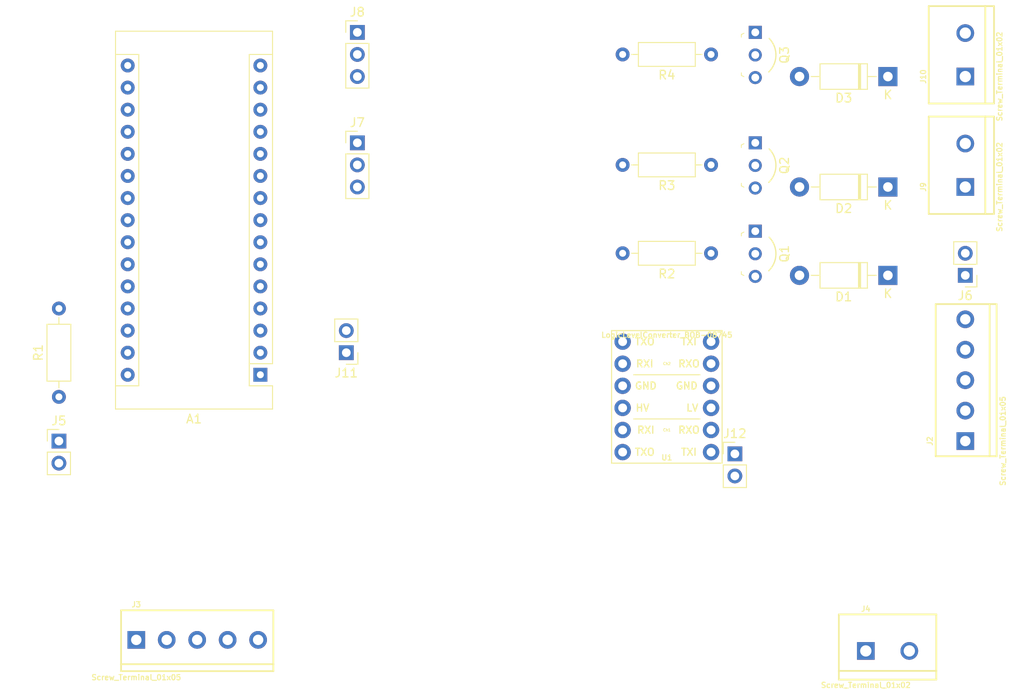
<source format=kicad_pcb>
(kicad_pcb (version 20171130) (host pcbnew 5.1.0-060a0da~80~ubuntu18.04.1)

  (general
    (thickness 1.6)
    (drawings 0)
    (tracks 0)
    (zones 0)
    (modules 23)
    (nets 46)
  )

  (page A4)
  (layers
    (0 F.Cu signal)
    (31 B.Cu signal)
    (32 B.Adhes user)
    (33 F.Adhes user)
    (34 B.Paste user)
    (35 F.Paste user)
    (36 B.SilkS user)
    (37 F.SilkS user)
    (38 B.Mask user)
    (39 F.Mask user)
    (40 Dwgs.User user)
    (41 Cmts.User user)
    (42 Eco1.User user)
    (43 Eco2.User user)
    (44 Edge.Cuts user)
    (45 Margin user)
    (46 B.CrtYd user)
    (47 F.CrtYd user)
    (48 B.Fab user)
    (49 F.Fab user)
  )

  (setup
    (last_trace_width 0.25)
    (trace_clearance 0.2)
    (zone_clearance 0.508)
    (zone_45_only no)
    (trace_min 0.2)
    (via_size 0.8)
    (via_drill 0.4)
    (via_min_size 0.4)
    (via_min_drill 0.3)
    (uvia_size 0.3)
    (uvia_drill 0.1)
    (uvias_allowed no)
    (uvia_min_size 0.2)
    (uvia_min_drill 0.1)
    (edge_width 0.05)
    (segment_width 0.2)
    (pcb_text_width 0.3)
    (pcb_text_size 1.5 1.5)
    (mod_edge_width 0.12)
    (mod_text_size 1 1)
    (mod_text_width 0.15)
    (pad_size 1.524 1.524)
    (pad_drill 0.762)
    (pad_to_mask_clearance 0.051)
    (solder_mask_min_width 0.25)
    (aux_axis_origin 0 0)
    (visible_elements FFFFFF7F)
    (pcbplotparams
      (layerselection 0x010fc_ffffffff)
      (usegerberextensions false)
      (usegerberattributes false)
      (usegerberadvancedattributes false)
      (creategerberjobfile false)
      (excludeedgelayer true)
      (linewidth 0.100000)
      (plotframeref false)
      (viasonmask false)
      (mode 1)
      (useauxorigin false)
      (hpglpennumber 1)
      (hpglpenspeed 20)
      (hpglpendiameter 15.000000)
      (psnegative false)
      (psa4output false)
      (plotreference true)
      (plotvalue true)
      (plotinvisibletext false)
      (padsonsilk false)
      (subtractmaskfromsilk false)
      (outputformat 1)
      (mirror false)
      (drillshape 1)
      (scaleselection 1)
      (outputdirectory ""))
  )

  (net 0 "")
  (net 1 "Net-(A1-Pad1)")
  (net 2 +3V3)
  (net 3 "Net-(A1-Pad2)")
  (net 4 "Net-(A1-Pad18)")
  (net 5 /RESET)
  (net 6 "Net-(A1-Pad19)")
  (net 7 GND)
  (net 8 "Net-(A1-Pad20)")
  (net 9 /DETECTOR_SIGNAL)
  (net 10 "Net-(A1-Pad21)")
  (net 11 /HV_PrinterPowerDemand)
  (net 12 "Net-(A1-Pad22)")
  (net 13 /HV_FanPowerDemand)
  (net 14 "Net-(A1-Pad23)")
  (net 15 /SOFT_SWITCH)
  (net 16 "Net-(A1-Pad24)")
  (net 17 /HV_AlarmTriggered)
  (net 18 "Net-(A1-Pad25)")
  (net 19 /D7_PRINTER_RELAY)
  (net 20 "Net-(A1-Pad26)")
  (net 21 /D8_FAN_RELAY)
  (net 22 +5V)
  (net 23 "Net-(A1-Pad12)")
  (net 24 "Net-(A1-Pad28)")
  (net 25 "Net-(A1-Pad13)")
  (net 26 "Net-(A1-Pad29)")
  (net 27 "Net-(A1-Pad14)")
  (net 28 "Net-(A1-Pad30)")
  (net 29 "Net-(A1-Pad15)")
  (net 30 "Net-(A1-Pad16)")
  (net 31 +12V)
  (net 32 /-PIEZO)
  (net 33 "Net-(D2-Pad2)")
  (net 34 "Net-(D3-Pad2)")
  (net 35 /LV_FanPowerDemand)
  (net 36 /LV_PrinterPowerDemand)
  (net 37 /LV_AlarmTriggered)
  (net 38 /LV_PrinterPowerStatus)
  (net 39 "Net-(J3-Pad4)")
  (net 40 "Net-(J5-Pad2)")
  (net 41 /HV_PrinterPowerStatus)
  (net 42 /SW_FAN_RELAY)
  (net 43 "Net-(Q1-Pad2)")
  (net 44 "Net-(Q2-Pad2)")
  (net 45 "Net-(Q3-Pad2)")

  (net_class Default "This is the default net class."
    (clearance 0.2)
    (trace_width 0.25)
    (via_dia 0.8)
    (via_drill 0.4)
    (uvia_dia 0.3)
    (uvia_drill 0.1)
    (add_net +12V)
    (add_net +3V3)
    (add_net +5V)
    (add_net /-PIEZO)
    (add_net /D7_PRINTER_RELAY)
    (add_net /D8_FAN_RELAY)
    (add_net /DETECTOR_SIGNAL)
    (add_net /HV_AlarmTriggered)
    (add_net /HV_FanPowerDemand)
    (add_net /HV_PrinterPowerDemand)
    (add_net /HV_PrinterPowerStatus)
    (add_net /LV_AlarmTriggered)
    (add_net /LV_FanPowerDemand)
    (add_net /LV_PrinterPowerDemand)
    (add_net /LV_PrinterPowerStatus)
    (add_net /RESET)
    (add_net /SOFT_SWITCH)
    (add_net /SW_FAN_RELAY)
    (add_net GND)
    (add_net "Net-(A1-Pad1)")
    (add_net "Net-(A1-Pad12)")
    (add_net "Net-(A1-Pad13)")
    (add_net "Net-(A1-Pad14)")
    (add_net "Net-(A1-Pad15)")
    (add_net "Net-(A1-Pad16)")
    (add_net "Net-(A1-Pad18)")
    (add_net "Net-(A1-Pad19)")
    (add_net "Net-(A1-Pad2)")
    (add_net "Net-(A1-Pad20)")
    (add_net "Net-(A1-Pad21)")
    (add_net "Net-(A1-Pad22)")
    (add_net "Net-(A1-Pad23)")
    (add_net "Net-(A1-Pad24)")
    (add_net "Net-(A1-Pad25)")
    (add_net "Net-(A1-Pad26)")
    (add_net "Net-(A1-Pad28)")
    (add_net "Net-(A1-Pad29)")
    (add_net "Net-(A1-Pad30)")
    (add_net "Net-(D2-Pad2)")
    (add_net "Net-(D3-Pad2)")
    (add_net "Net-(J3-Pad4)")
    (add_net "Net-(J5-Pad2)")
    (add_net "Net-(Q1-Pad2)")
    (add_net "Net-(Q2-Pad2)")
    (add_net "Net-(Q3-Pad2)")
  )

  (module Module:Arduino_Nano (layer F.Cu) (tedit 58ACAF70) (tstamp 5CC32758)
    (at 57.435001 119.38 180)
    (descr "Arduino Nano, http://www.mouser.com/pdfdocs/Gravitech_Arduino_Nano3_0.pdf")
    (tags "Arduino Nano")
    (path /5CC13554)
    (fp_text reference A1 (at 7.62 -5.08 180) (layer F.SilkS)
      (effects (font (size 1 1) (thickness 0.15)))
    )
    (fp_text value Arduino_Nano_v3.x (at 8.89 19.05 270) (layer F.Fab)
      (effects (font (size 1 1) (thickness 0.15)))
    )
    (fp_text user %R (at 6.35 19.05 270) (layer F.Fab)
      (effects (font (size 1 1) (thickness 0.15)))
    )
    (fp_line (start 1.27 1.27) (end 1.27 -1.27) (layer F.SilkS) (width 0.12))
    (fp_line (start 1.27 -1.27) (end -1.4 -1.27) (layer F.SilkS) (width 0.12))
    (fp_line (start -1.4 1.27) (end -1.4 39.5) (layer F.SilkS) (width 0.12))
    (fp_line (start -1.4 -3.94) (end -1.4 -1.27) (layer F.SilkS) (width 0.12))
    (fp_line (start 13.97 -1.27) (end 16.64 -1.27) (layer F.SilkS) (width 0.12))
    (fp_line (start 13.97 -1.27) (end 13.97 36.83) (layer F.SilkS) (width 0.12))
    (fp_line (start 13.97 36.83) (end 16.64 36.83) (layer F.SilkS) (width 0.12))
    (fp_line (start 1.27 1.27) (end -1.4 1.27) (layer F.SilkS) (width 0.12))
    (fp_line (start 1.27 1.27) (end 1.27 36.83) (layer F.SilkS) (width 0.12))
    (fp_line (start 1.27 36.83) (end -1.4 36.83) (layer F.SilkS) (width 0.12))
    (fp_line (start 3.81 31.75) (end 11.43 31.75) (layer F.Fab) (width 0.1))
    (fp_line (start 11.43 31.75) (end 11.43 41.91) (layer F.Fab) (width 0.1))
    (fp_line (start 11.43 41.91) (end 3.81 41.91) (layer F.Fab) (width 0.1))
    (fp_line (start 3.81 41.91) (end 3.81 31.75) (layer F.Fab) (width 0.1))
    (fp_line (start -1.4 39.5) (end 16.64 39.5) (layer F.SilkS) (width 0.12))
    (fp_line (start 16.64 39.5) (end 16.64 -3.94) (layer F.SilkS) (width 0.12))
    (fp_line (start 16.64 -3.94) (end -1.4 -3.94) (layer F.SilkS) (width 0.12))
    (fp_line (start 16.51 39.37) (end -1.27 39.37) (layer F.Fab) (width 0.1))
    (fp_line (start -1.27 39.37) (end -1.27 -2.54) (layer F.Fab) (width 0.1))
    (fp_line (start -1.27 -2.54) (end 0 -3.81) (layer F.Fab) (width 0.1))
    (fp_line (start 0 -3.81) (end 16.51 -3.81) (layer F.Fab) (width 0.1))
    (fp_line (start 16.51 -3.81) (end 16.51 39.37) (layer F.Fab) (width 0.1))
    (fp_line (start -1.53 -4.06) (end 16.75 -4.06) (layer F.CrtYd) (width 0.05))
    (fp_line (start -1.53 -4.06) (end -1.53 42.16) (layer F.CrtYd) (width 0.05))
    (fp_line (start 16.75 42.16) (end 16.75 -4.06) (layer F.CrtYd) (width 0.05))
    (fp_line (start 16.75 42.16) (end -1.53 42.16) (layer F.CrtYd) (width 0.05))
    (pad 1 thru_hole rect (at 0 0 180) (size 1.6 1.6) (drill 0.8) (layers *.Cu *.Mask)
      (net 1 "Net-(A1-Pad1)"))
    (pad 17 thru_hole oval (at 15.24 33.02 180) (size 1.6 1.6) (drill 0.8) (layers *.Cu *.Mask)
      (net 2 +3V3))
    (pad 2 thru_hole oval (at 0 2.54 180) (size 1.6 1.6) (drill 0.8) (layers *.Cu *.Mask)
      (net 3 "Net-(A1-Pad2)"))
    (pad 18 thru_hole oval (at 15.24 30.48 180) (size 1.6 1.6) (drill 0.8) (layers *.Cu *.Mask)
      (net 4 "Net-(A1-Pad18)"))
    (pad 3 thru_hole oval (at 0 5.08 180) (size 1.6 1.6) (drill 0.8) (layers *.Cu *.Mask)
      (net 5 /RESET))
    (pad 19 thru_hole oval (at 15.24 27.94 180) (size 1.6 1.6) (drill 0.8) (layers *.Cu *.Mask)
      (net 6 "Net-(A1-Pad19)"))
    (pad 4 thru_hole oval (at 0 7.62 180) (size 1.6 1.6) (drill 0.8) (layers *.Cu *.Mask)
      (net 7 GND))
    (pad 20 thru_hole oval (at 15.24 25.4 180) (size 1.6 1.6) (drill 0.8) (layers *.Cu *.Mask)
      (net 8 "Net-(A1-Pad20)"))
    (pad 5 thru_hole oval (at 0 10.16 180) (size 1.6 1.6) (drill 0.8) (layers *.Cu *.Mask)
      (net 9 /DETECTOR_SIGNAL))
    (pad 21 thru_hole oval (at 15.24 22.86 180) (size 1.6 1.6) (drill 0.8) (layers *.Cu *.Mask)
      (net 10 "Net-(A1-Pad21)"))
    (pad 6 thru_hole oval (at 0 12.7 180) (size 1.6 1.6) (drill 0.8) (layers *.Cu *.Mask)
      (net 11 /HV_PrinterPowerDemand))
    (pad 22 thru_hole oval (at 15.24 20.32 180) (size 1.6 1.6) (drill 0.8) (layers *.Cu *.Mask)
      (net 12 "Net-(A1-Pad22)"))
    (pad 7 thru_hole oval (at 0 15.24 180) (size 1.6 1.6) (drill 0.8) (layers *.Cu *.Mask)
      (net 13 /HV_FanPowerDemand))
    (pad 23 thru_hole oval (at 15.24 17.78 180) (size 1.6 1.6) (drill 0.8) (layers *.Cu *.Mask)
      (net 14 "Net-(A1-Pad23)"))
    (pad 8 thru_hole oval (at 0 17.78 180) (size 1.6 1.6) (drill 0.8) (layers *.Cu *.Mask)
      (net 15 /SOFT_SWITCH))
    (pad 24 thru_hole oval (at 15.24 15.24 180) (size 1.6 1.6) (drill 0.8) (layers *.Cu *.Mask)
      (net 16 "Net-(A1-Pad24)"))
    (pad 9 thru_hole oval (at 0 20.32 180) (size 1.6 1.6) (drill 0.8) (layers *.Cu *.Mask)
      (net 17 /HV_AlarmTriggered))
    (pad 25 thru_hole oval (at 15.24 12.7 180) (size 1.6 1.6) (drill 0.8) (layers *.Cu *.Mask)
      (net 18 "Net-(A1-Pad25)"))
    (pad 10 thru_hole oval (at 0 22.86 180) (size 1.6 1.6) (drill 0.8) (layers *.Cu *.Mask)
      (net 19 /D7_PRINTER_RELAY))
    (pad 26 thru_hole oval (at 15.24 10.16 180) (size 1.6 1.6) (drill 0.8) (layers *.Cu *.Mask)
      (net 20 "Net-(A1-Pad26)"))
    (pad 11 thru_hole oval (at 0 25.4 180) (size 1.6 1.6) (drill 0.8) (layers *.Cu *.Mask)
      (net 21 /D8_FAN_RELAY))
    (pad 27 thru_hole oval (at 15.24 7.62 180) (size 1.6 1.6) (drill 0.8) (layers *.Cu *.Mask)
      (net 22 +5V))
    (pad 12 thru_hole oval (at 0 27.94 180) (size 1.6 1.6) (drill 0.8) (layers *.Cu *.Mask)
      (net 23 "Net-(A1-Pad12)"))
    (pad 28 thru_hole oval (at 15.24 5.08 180) (size 1.6 1.6) (drill 0.8) (layers *.Cu *.Mask)
      (net 24 "Net-(A1-Pad28)"))
    (pad 13 thru_hole oval (at 0 30.48 180) (size 1.6 1.6) (drill 0.8) (layers *.Cu *.Mask)
      (net 25 "Net-(A1-Pad13)"))
    (pad 29 thru_hole oval (at 15.24 2.54 180) (size 1.6 1.6) (drill 0.8) (layers *.Cu *.Mask)
      (net 26 "Net-(A1-Pad29)"))
    (pad 14 thru_hole oval (at 0 33.02 180) (size 1.6 1.6) (drill 0.8) (layers *.Cu *.Mask)
      (net 27 "Net-(A1-Pad14)"))
    (pad 30 thru_hole oval (at 15.24 0 180) (size 1.6 1.6) (drill 0.8) (layers *.Cu *.Mask)
      (net 28 "Net-(A1-Pad30)"))
    (pad 15 thru_hole oval (at 0 35.56 180) (size 1.6 1.6) (drill 0.8) (layers *.Cu *.Mask)
      (net 29 "Net-(A1-Pad15)"))
    (pad 16 thru_hole oval (at 15.24 35.56 180) (size 1.6 1.6) (drill 0.8) (layers *.Cu *.Mask)
      (net 30 "Net-(A1-Pad16)"))
    (model ${KISYS3DMOD}/Module.3dshapes/Arduino_Nano_WithMountingHoles.wrl
      (at (xyz 0 0 0))
      (scale (xyz 1 1 1))
      (rotate (xyz 0 0 0))
    )
  )

  (module Diode_THT:D_DO-41_SOD81_P10.16mm_Horizontal (layer F.Cu) (tedit 5AE50CD5) (tstamp 5CC32777)
    (at 129.54 107.95 180)
    (descr "Diode, DO-41_SOD81 series, Axial, Horizontal, pin pitch=10.16mm, , length*diameter=5.2*2.7mm^2, , http://www.diodes.com/_files/packages/DO-41%20(Plastic).pdf")
    (tags "Diode DO-41_SOD81 series Axial Horizontal pin pitch 10.16mm  length 5.2mm diameter 2.7mm")
    (path /5CC2A3E2)
    (fp_text reference D1 (at 5.08 -2.47 180) (layer F.SilkS)
      (effects (font (size 1 1) (thickness 0.15)))
    )
    (fp_text value 1N4007 (at 5.08 2.47 180) (layer F.Fab)
      (effects (font (size 1 1) (thickness 0.15)))
    )
    (fp_line (start 2.48 -1.35) (end 2.48 1.35) (layer F.Fab) (width 0.1))
    (fp_line (start 2.48 1.35) (end 7.68 1.35) (layer F.Fab) (width 0.1))
    (fp_line (start 7.68 1.35) (end 7.68 -1.35) (layer F.Fab) (width 0.1))
    (fp_line (start 7.68 -1.35) (end 2.48 -1.35) (layer F.Fab) (width 0.1))
    (fp_line (start 0 0) (end 2.48 0) (layer F.Fab) (width 0.1))
    (fp_line (start 10.16 0) (end 7.68 0) (layer F.Fab) (width 0.1))
    (fp_line (start 3.26 -1.35) (end 3.26 1.35) (layer F.Fab) (width 0.1))
    (fp_line (start 3.36 -1.35) (end 3.36 1.35) (layer F.Fab) (width 0.1))
    (fp_line (start 3.16 -1.35) (end 3.16 1.35) (layer F.Fab) (width 0.1))
    (fp_line (start 2.36 -1.47) (end 2.36 1.47) (layer F.SilkS) (width 0.12))
    (fp_line (start 2.36 1.47) (end 7.8 1.47) (layer F.SilkS) (width 0.12))
    (fp_line (start 7.8 1.47) (end 7.8 -1.47) (layer F.SilkS) (width 0.12))
    (fp_line (start 7.8 -1.47) (end 2.36 -1.47) (layer F.SilkS) (width 0.12))
    (fp_line (start 1.34 0) (end 2.36 0) (layer F.SilkS) (width 0.12))
    (fp_line (start 8.82 0) (end 7.8 0) (layer F.SilkS) (width 0.12))
    (fp_line (start 3.26 -1.47) (end 3.26 1.47) (layer F.SilkS) (width 0.12))
    (fp_line (start 3.38 -1.47) (end 3.38 1.47) (layer F.SilkS) (width 0.12))
    (fp_line (start 3.14 -1.47) (end 3.14 1.47) (layer F.SilkS) (width 0.12))
    (fp_line (start -1.35 -1.6) (end -1.35 1.6) (layer F.CrtYd) (width 0.05))
    (fp_line (start -1.35 1.6) (end 11.51 1.6) (layer F.CrtYd) (width 0.05))
    (fp_line (start 11.51 1.6) (end 11.51 -1.6) (layer F.CrtYd) (width 0.05))
    (fp_line (start 11.51 -1.6) (end -1.35 -1.6) (layer F.CrtYd) (width 0.05))
    (fp_text user %R (at 5.47 0 180) (layer F.Fab)
      (effects (font (size 1 1) (thickness 0.15)))
    )
    (fp_text user K (at 0 -2.1 180) (layer F.Fab)
      (effects (font (size 1 1) (thickness 0.15)))
    )
    (fp_text user K (at 0 -2.1 180) (layer F.SilkS)
      (effects (font (size 1 1) (thickness 0.15)))
    )
    (pad 1 thru_hole rect (at 0 0 180) (size 2.2 2.2) (drill 1.1) (layers *.Cu *.Mask)
      (net 31 +12V))
    (pad 2 thru_hole oval (at 10.16 0 180) (size 2.2 2.2) (drill 1.1) (layers *.Cu *.Mask)
      (net 32 /-PIEZO))
    (model ${KISYS3DMOD}/Diode_THT.3dshapes/D_DO-41_SOD81_P10.16mm_Horizontal.wrl
      (at (xyz 0 0 0))
      (scale (xyz 1 1 1))
      (rotate (xyz 0 0 0))
    )
  )

  (module Diode_THT:D_DO-41_SOD81_P10.16mm_Horizontal (layer F.Cu) (tedit 5AE50CD5) (tstamp 5CC3322B)
    (at 129.54 97.79 180)
    (descr "Diode, DO-41_SOD81 series, Axial, Horizontal, pin pitch=10.16mm, , length*diameter=5.2*2.7mm^2, , http://www.diodes.com/_files/packages/DO-41%20(Plastic).pdf")
    (tags "Diode DO-41_SOD81 series Axial Horizontal pin pitch 10.16mm  length 5.2mm diameter 2.7mm")
    (path /5CC5CF0D)
    (fp_text reference D2 (at 5.08 -2.47 180) (layer F.SilkS)
      (effects (font (size 1 1) (thickness 0.15)))
    )
    (fp_text value 1N4007 (at 5.08 2.47 180) (layer F.Fab)
      (effects (font (size 1 1) (thickness 0.15)))
    )
    (fp_text user K (at 0 -2.1 180) (layer F.SilkS)
      (effects (font (size 1 1) (thickness 0.15)))
    )
    (fp_text user K (at 0 -2.1 180) (layer F.Fab)
      (effects (font (size 1 1) (thickness 0.15)))
    )
    (fp_text user %R (at 5.47 0 180) (layer F.Fab)
      (effects (font (size 1 1) (thickness 0.15)))
    )
    (fp_line (start 11.51 -1.6) (end -1.35 -1.6) (layer F.CrtYd) (width 0.05))
    (fp_line (start 11.51 1.6) (end 11.51 -1.6) (layer F.CrtYd) (width 0.05))
    (fp_line (start -1.35 1.6) (end 11.51 1.6) (layer F.CrtYd) (width 0.05))
    (fp_line (start -1.35 -1.6) (end -1.35 1.6) (layer F.CrtYd) (width 0.05))
    (fp_line (start 3.14 -1.47) (end 3.14 1.47) (layer F.SilkS) (width 0.12))
    (fp_line (start 3.38 -1.47) (end 3.38 1.47) (layer F.SilkS) (width 0.12))
    (fp_line (start 3.26 -1.47) (end 3.26 1.47) (layer F.SilkS) (width 0.12))
    (fp_line (start 8.82 0) (end 7.8 0) (layer F.SilkS) (width 0.12))
    (fp_line (start 1.34 0) (end 2.36 0) (layer F.SilkS) (width 0.12))
    (fp_line (start 7.8 -1.47) (end 2.36 -1.47) (layer F.SilkS) (width 0.12))
    (fp_line (start 7.8 1.47) (end 7.8 -1.47) (layer F.SilkS) (width 0.12))
    (fp_line (start 2.36 1.47) (end 7.8 1.47) (layer F.SilkS) (width 0.12))
    (fp_line (start 2.36 -1.47) (end 2.36 1.47) (layer F.SilkS) (width 0.12))
    (fp_line (start 3.16 -1.35) (end 3.16 1.35) (layer F.Fab) (width 0.1))
    (fp_line (start 3.36 -1.35) (end 3.36 1.35) (layer F.Fab) (width 0.1))
    (fp_line (start 3.26 -1.35) (end 3.26 1.35) (layer F.Fab) (width 0.1))
    (fp_line (start 10.16 0) (end 7.68 0) (layer F.Fab) (width 0.1))
    (fp_line (start 0 0) (end 2.48 0) (layer F.Fab) (width 0.1))
    (fp_line (start 7.68 -1.35) (end 2.48 -1.35) (layer F.Fab) (width 0.1))
    (fp_line (start 7.68 1.35) (end 7.68 -1.35) (layer F.Fab) (width 0.1))
    (fp_line (start 2.48 1.35) (end 7.68 1.35) (layer F.Fab) (width 0.1))
    (fp_line (start 2.48 -1.35) (end 2.48 1.35) (layer F.Fab) (width 0.1))
    (pad 2 thru_hole oval (at 10.16 0 180) (size 2.2 2.2) (drill 1.1) (layers *.Cu *.Mask)
      (net 33 "Net-(D2-Pad2)"))
    (pad 1 thru_hole rect (at 0 0 180) (size 2.2 2.2) (drill 1.1) (layers *.Cu *.Mask)
      (net 31 +12V))
    (model ${KISYS3DMOD}/Diode_THT.3dshapes/D_DO-41_SOD81_P10.16mm_Horizontal.wrl
      (at (xyz 0 0 0))
      (scale (xyz 1 1 1))
      (rotate (xyz 0 0 0))
    )
  )

  (module Diode_THT:D_DO-41_SOD81_P10.16mm_Horizontal (layer F.Cu) (tedit 5AE50CD5) (tstamp 5CC327B5)
    (at 129.54 85.09 180)
    (descr "Diode, DO-41_SOD81 series, Axial, Horizontal, pin pitch=10.16mm, , length*diameter=5.2*2.7mm^2, , http://www.diodes.com/_files/packages/DO-41%20(Plastic).pdf")
    (tags "Diode DO-41_SOD81 series Axial Horizontal pin pitch 10.16mm  length 5.2mm diameter 2.7mm")
    (path /5CC73F3E)
    (fp_text reference D3 (at 5.08 -2.47 180) (layer F.SilkS)
      (effects (font (size 1 1) (thickness 0.15)))
    )
    (fp_text value 1N4007 (at 5.08 2.47 180) (layer F.Fab)
      (effects (font (size 1 1) (thickness 0.15)))
    )
    (fp_line (start 2.48 -1.35) (end 2.48 1.35) (layer F.Fab) (width 0.1))
    (fp_line (start 2.48 1.35) (end 7.68 1.35) (layer F.Fab) (width 0.1))
    (fp_line (start 7.68 1.35) (end 7.68 -1.35) (layer F.Fab) (width 0.1))
    (fp_line (start 7.68 -1.35) (end 2.48 -1.35) (layer F.Fab) (width 0.1))
    (fp_line (start 0 0) (end 2.48 0) (layer F.Fab) (width 0.1))
    (fp_line (start 10.16 0) (end 7.68 0) (layer F.Fab) (width 0.1))
    (fp_line (start 3.26 -1.35) (end 3.26 1.35) (layer F.Fab) (width 0.1))
    (fp_line (start 3.36 -1.35) (end 3.36 1.35) (layer F.Fab) (width 0.1))
    (fp_line (start 3.16 -1.35) (end 3.16 1.35) (layer F.Fab) (width 0.1))
    (fp_line (start 2.36 -1.47) (end 2.36 1.47) (layer F.SilkS) (width 0.12))
    (fp_line (start 2.36 1.47) (end 7.8 1.47) (layer F.SilkS) (width 0.12))
    (fp_line (start 7.8 1.47) (end 7.8 -1.47) (layer F.SilkS) (width 0.12))
    (fp_line (start 7.8 -1.47) (end 2.36 -1.47) (layer F.SilkS) (width 0.12))
    (fp_line (start 1.34 0) (end 2.36 0) (layer F.SilkS) (width 0.12))
    (fp_line (start 8.82 0) (end 7.8 0) (layer F.SilkS) (width 0.12))
    (fp_line (start 3.26 -1.47) (end 3.26 1.47) (layer F.SilkS) (width 0.12))
    (fp_line (start 3.38 -1.47) (end 3.38 1.47) (layer F.SilkS) (width 0.12))
    (fp_line (start 3.14 -1.47) (end 3.14 1.47) (layer F.SilkS) (width 0.12))
    (fp_line (start -1.35 -1.6) (end -1.35 1.6) (layer F.CrtYd) (width 0.05))
    (fp_line (start -1.35 1.6) (end 11.51 1.6) (layer F.CrtYd) (width 0.05))
    (fp_line (start 11.51 1.6) (end 11.51 -1.6) (layer F.CrtYd) (width 0.05))
    (fp_line (start 11.51 -1.6) (end -1.35 -1.6) (layer F.CrtYd) (width 0.05))
    (fp_text user %R (at 5.47 0 180) (layer F.Fab)
      (effects (font (size 1 1) (thickness 0.15)))
    )
    (fp_text user K (at 0 -2.1 180) (layer F.Fab)
      (effects (font (size 1 1) (thickness 0.15)))
    )
    (fp_text user K (at 0 -2.1 180) (layer F.SilkS)
      (effects (font (size 1 1) (thickness 0.15)))
    )
    (pad 1 thru_hole rect (at 0 0 180) (size 2.2 2.2) (drill 1.1) (layers *.Cu *.Mask)
      (net 31 +12V))
    (pad 2 thru_hole oval (at 10.16 0 180) (size 2.2 2.2) (drill 1.1) (layers *.Cu *.Mask)
      (net 34 "Net-(D3-Pad2)"))
    (model ${KISYS3DMOD}/Diode_THT.3dshapes/D_DO-41_SOD81_P10.16mm_Horizontal.wrl
      (at (xyz 0 0 0))
      (scale (xyz 1 1 1))
      (rotate (xyz 0 0 0))
    )
  )

  (module Connectors:SCREWTERMINAL-3.5MM-5 (layer F.Cu) (tedit 200000) (tstamp 5CC327CB)
    (at 138.43 127 90)
    (descr "SCREW TERMINAL  3.5MM PITCH -5 PIN PTH")
    (tags "SCREW TERMINAL  3.5MM PITCH -5 PIN PTH")
    (path /5CCD28E2)
    (attr virtual)
    (fp_text reference J2 (at 0 -4.064 90) (layer F.SilkS)
      (effects (font (size 0.6096 0.6096) (thickness 0.127)))
    )
    (fp_text value Screw_Terminal_01x05 (at 0 4.318 90) (layer F.SilkS)
      (effects (font (size 0.6096 0.6096) (thickness 0.127)))
    )
    (fp_line (start -1.74752 -3.39852) (end 15.748 -3.39852) (layer F.SilkS) (width 0.2032))
    (fp_line (start 15.748 -3.39852) (end 15.748 2.79908) (layer F.SilkS) (width 0.2032))
    (fp_line (start 15.748 2.79908) (end 15.748 3.59918) (layer F.SilkS) (width 0.2032))
    (fp_line (start 15.748 3.59918) (end -1.74752 3.59918) (layer F.SilkS) (width 0.2032))
    (fp_line (start -1.74752 3.59918) (end -1.74752 2.79908) (layer F.SilkS) (width 0.2032))
    (fp_line (start -1.74752 2.79908) (end -1.74752 -3.39852) (layer F.SilkS) (width 0.2032))
    (fp_line (start 15.748 2.79908) (end -1.74752 2.79908) (layer F.SilkS) (width 0.2032))
    (fp_line (start -1.74752 1.34874) (end -2.2479 1.34874) (layer Dwgs.User) (width 0.2032))
    (fp_line (start -2.2479 1.34874) (end -2.2479 2.3495) (layer Dwgs.User) (width 0.2032))
    (fp_line (start -2.2479 2.3495) (end -1.74752 2.3495) (layer Dwgs.User) (width 0.2032))
    (fp_line (start 15.748 -3.1496) (end 16.24838 -3.1496) (layer Dwgs.User) (width 0.2032))
    (fp_line (start 16.24838 -3.1496) (end 16.24838 -2.14884) (layer Dwgs.User) (width 0.2032))
    (fp_line (start 16.24838 -2.14884) (end 15.748 -2.14884) (layer Dwgs.User) (width 0.2032))
    (pad 1 thru_hole rect (at 0 0 90) (size 2.032 2.032) (drill 1.19888) (layers *.Cu *.Mask)
      (net 35 /LV_FanPowerDemand) (solder_mask_margin 0.1016))
    (pad 2 thru_hole circle (at 3.49758 0 90) (size 2.032 2.032) (drill 1.19888) (layers *.Cu *.Mask)
      (net 36 /LV_PrinterPowerDemand) (solder_mask_margin 0.1016))
    (pad 3 thru_hole circle (at 6.9977 0 90) (size 2.032 2.032) (drill 1.19888) (layers *.Cu *.Mask)
      (net 7 GND) (solder_mask_margin 0.1016))
    (pad 4 thru_hole circle (at 10.49782 0 90) (size 2.032 2.032) (drill 1.19888) (layers *.Cu *.Mask)
      (net 37 /LV_AlarmTriggered) (solder_mask_margin 0.1016))
    (pad 5 thru_hole circle (at 13.99794 0 90) (size 2.032 2.032) (drill 1.19888) (layers *.Cu *.Mask)
      (net 38 /LV_PrinterPowerStatus) (solder_mask_margin 0.1016))
  )

  (module Connectors:SCREWTERMINAL-3.5MM-5 (layer F.Cu) (tedit 200000) (tstamp 5CC327E1)
    (at 43.18 149.86)
    (descr "SCREW TERMINAL  3.5MM PITCH -5 PIN PTH")
    (tags "SCREW TERMINAL  3.5MM PITCH -5 PIN PTH")
    (path /5CC995BB)
    (attr virtual)
    (fp_text reference J3 (at 0 -4.064) (layer F.SilkS)
      (effects (font (size 0.6096 0.6096) (thickness 0.127)))
    )
    (fp_text value Screw_Terminal_01x05 (at 0 4.318) (layer F.SilkS)
      (effects (font (size 0.6096 0.6096) (thickness 0.127)))
    )
    (fp_line (start 16.24838 -2.14884) (end 15.748 -2.14884) (layer Dwgs.User) (width 0.2032))
    (fp_line (start 16.24838 -3.1496) (end 16.24838 -2.14884) (layer Dwgs.User) (width 0.2032))
    (fp_line (start 15.748 -3.1496) (end 16.24838 -3.1496) (layer Dwgs.User) (width 0.2032))
    (fp_line (start -2.2479 2.3495) (end -1.74752 2.3495) (layer Dwgs.User) (width 0.2032))
    (fp_line (start -2.2479 1.34874) (end -2.2479 2.3495) (layer Dwgs.User) (width 0.2032))
    (fp_line (start -1.74752 1.34874) (end -2.2479 1.34874) (layer Dwgs.User) (width 0.2032))
    (fp_line (start 15.748 2.79908) (end -1.74752 2.79908) (layer F.SilkS) (width 0.2032))
    (fp_line (start -1.74752 2.79908) (end -1.74752 -3.39852) (layer F.SilkS) (width 0.2032))
    (fp_line (start -1.74752 3.59918) (end -1.74752 2.79908) (layer F.SilkS) (width 0.2032))
    (fp_line (start 15.748 3.59918) (end -1.74752 3.59918) (layer F.SilkS) (width 0.2032))
    (fp_line (start 15.748 2.79908) (end 15.748 3.59918) (layer F.SilkS) (width 0.2032))
    (fp_line (start 15.748 -3.39852) (end 15.748 2.79908) (layer F.SilkS) (width 0.2032))
    (fp_line (start -1.74752 -3.39852) (end 15.748 -3.39852) (layer F.SilkS) (width 0.2032))
    (pad 5 thru_hole circle (at 13.99794 0) (size 2.032 2.032) (drill 1.19888) (layers *.Cu *.Mask)
      (net 9 /DETECTOR_SIGNAL) (solder_mask_margin 0.1016))
    (pad 4 thru_hole circle (at 10.49782 0) (size 2.032 2.032) (drill 1.19888) (layers *.Cu *.Mask)
      (net 39 "Net-(J3-Pad4)") (solder_mask_margin 0.1016))
    (pad 3 thru_hole circle (at 6.9977 0) (size 2.032 2.032) (drill 1.19888) (layers *.Cu *.Mask)
      (net 22 +5V) (solder_mask_margin 0.1016))
    (pad 2 thru_hole circle (at 3.49758 0) (size 2.032 2.032) (drill 1.19888) (layers *.Cu *.Mask)
      (net 7 GND) (solder_mask_margin 0.1016))
    (pad 1 thru_hole rect (at 0 0) (size 2.032 2.032) (drill 1.19888) (layers *.Cu *.Mask)
      (net 31 +12V) (solder_mask_margin 0.1016))
  )

  (module Connectors:SCREWTERMINAL-5MM-2 (layer F.Cu) (tedit 200000) (tstamp 5CC327F5)
    (at 127 151.13)
    (descr "SCREW TERMINAL  5MM PITCH -2 PIN PTH")
    (tags "SCREW TERMINAL  5MM PITCH -2 PIN PTH")
    (path /5CCF3969)
    (attr virtual)
    (fp_text reference J4 (at 0 -4.826) (layer F.SilkS)
      (effects (font (size 0.6096 0.6096) (thickness 0.127)))
    )
    (fp_text value Screw_Terminal_01x02 (at 0 3.937) (layer F.SilkS)
      (effects (font (size 0.6096 0.6096) (thickness 0.127)))
    )
    (fp_line (start -3.0988 -4.19862) (end 8.09752 -4.19862) (layer F.SilkS) (width 0.2032))
    (fp_line (start 8.09752 -4.19862) (end 8.09752 2.2987) (layer F.SilkS) (width 0.2032))
    (fp_line (start 8.09752 2.2987) (end 8.09752 3.29946) (layer F.SilkS) (width 0.2032))
    (fp_line (start 8.09752 3.29946) (end -3.0988 3.29946) (layer F.SilkS) (width 0.2032))
    (fp_line (start -3.0988 3.29946) (end -3.0988 2.2987) (layer F.SilkS) (width 0.2032))
    (fp_line (start -3.0988 2.2987) (end -3.0988 -4.19862) (layer F.SilkS) (width 0.2032))
    (fp_line (start 8.09752 2.2987) (end -3.0988 2.2987) (layer F.SilkS) (width 0.2032))
    (fp_line (start -3.0988 1.34874) (end -3.69824 1.34874) (layer Dwgs.User) (width 0.2032))
    (fp_line (start -3.69824 1.34874) (end -3.69824 2.3495) (layer Dwgs.User) (width 0.2032))
    (fp_line (start -3.69824 2.3495) (end -3.0988 2.3495) (layer Dwgs.User) (width 0.2032))
    (fp_line (start 8.09752 -3.99796) (end 8.6995 -3.99796) (layer Dwgs.User) (width 0.2032))
    (fp_line (start 8.6995 -3.99796) (end 8.6995 -2.99974) (layer Dwgs.User) (width 0.2032))
    (fp_line (start 8.6995 -2.99974) (end 8.09752 -2.99974) (layer Dwgs.User) (width 0.2032))
    (fp_circle (center 2.49936 -3.69824) (end 2.49936 -3.98018) (layer Dwgs.User) (width 0.127))
    (pad 1 thru_hole rect (at 0 0) (size 2.032 2.032) (drill 1.29794) (layers *.Cu *.Mask)
      (net 7 GND) (solder_mask_margin 0.1016))
    (pad 2 thru_hole circle (at 4.99872 0) (size 2.032 2.032) (drill 1.29794) (layers *.Cu *.Mask)
      (net 31 +12V) (solder_mask_margin 0.1016))
  )

  (module Connector_PinHeader_2.54mm:PinHeader_1x02_P2.54mm_Vertical (layer F.Cu) (tedit 59FED5CC) (tstamp 5CC34600)
    (at 34.29 127)
    (descr "Through hole straight pin header, 1x02, 2.54mm pitch, single row")
    (tags "Through hole pin header THT 1x02 2.54mm single row")
    (path /5CC3E12C)
    (fp_text reference J5 (at 0 -2.33) (layer F.SilkS)
      (effects (font (size 1 1) (thickness 0.15)))
    )
    (fp_text value Conn_01x02_Male (at 0 4.87) (layer F.Fab)
      (effects (font (size 1 1) (thickness 0.15)))
    )
    (fp_text user %R (at 0 1.27 90) (layer F.Fab)
      (effects (font (size 1 1) (thickness 0.15)))
    )
    (fp_line (start 1.8 -1.8) (end -1.8 -1.8) (layer F.CrtYd) (width 0.05))
    (fp_line (start 1.8 4.35) (end 1.8 -1.8) (layer F.CrtYd) (width 0.05))
    (fp_line (start -1.8 4.35) (end 1.8 4.35) (layer F.CrtYd) (width 0.05))
    (fp_line (start -1.8 -1.8) (end -1.8 4.35) (layer F.CrtYd) (width 0.05))
    (fp_line (start -1.33 -1.33) (end 0 -1.33) (layer F.SilkS) (width 0.12))
    (fp_line (start -1.33 0) (end -1.33 -1.33) (layer F.SilkS) (width 0.12))
    (fp_line (start -1.33 1.27) (end 1.33 1.27) (layer F.SilkS) (width 0.12))
    (fp_line (start 1.33 1.27) (end 1.33 3.87) (layer F.SilkS) (width 0.12))
    (fp_line (start -1.33 1.27) (end -1.33 3.87) (layer F.SilkS) (width 0.12))
    (fp_line (start -1.33 3.87) (end 1.33 3.87) (layer F.SilkS) (width 0.12))
    (fp_line (start -1.27 -0.635) (end -0.635 -1.27) (layer F.Fab) (width 0.1))
    (fp_line (start -1.27 3.81) (end -1.27 -0.635) (layer F.Fab) (width 0.1))
    (fp_line (start 1.27 3.81) (end -1.27 3.81) (layer F.Fab) (width 0.1))
    (fp_line (start 1.27 -1.27) (end 1.27 3.81) (layer F.Fab) (width 0.1))
    (fp_line (start -0.635 -1.27) (end 1.27 -1.27) (layer F.Fab) (width 0.1))
    (pad 2 thru_hole oval (at 0 2.54) (size 1.7 1.7) (drill 1) (layers *.Cu *.Mask)
      (net 40 "Net-(J5-Pad2)"))
    (pad 1 thru_hole rect (at 0 0) (size 1.7 1.7) (drill 1) (layers *.Cu *.Mask)
      (net 7 GND))
    (model ${KISYS3DMOD}/Connector_PinHeader_2.54mm.3dshapes/PinHeader_1x02_P2.54mm_Vertical.wrl
      (at (xyz 0 0 0))
      (scale (xyz 1 1 1))
      (rotate (xyz 0 0 0))
    )
  )

  (module Connector_PinHeader_2.54mm:PinHeader_1x02_P2.54mm_Vertical (layer F.Cu) (tedit 59FED5CC) (tstamp 5CC32821)
    (at 138.43 107.95 180)
    (descr "Through hole straight pin header, 1x02, 2.54mm pitch, single row")
    (tags "Through hole pin header THT 1x02 2.54mm single row")
    (path /5CC2C13B)
    (fp_text reference J6 (at 0 -2.33 180) (layer F.SilkS)
      (effects (font (size 1 1) (thickness 0.15)))
    )
    (fp_text value Conn_01x02_Male (at 0 4.87 180) (layer F.Fab)
      (effects (font (size 1 1) (thickness 0.15)))
    )
    (fp_line (start -0.635 -1.27) (end 1.27 -1.27) (layer F.Fab) (width 0.1))
    (fp_line (start 1.27 -1.27) (end 1.27 3.81) (layer F.Fab) (width 0.1))
    (fp_line (start 1.27 3.81) (end -1.27 3.81) (layer F.Fab) (width 0.1))
    (fp_line (start -1.27 3.81) (end -1.27 -0.635) (layer F.Fab) (width 0.1))
    (fp_line (start -1.27 -0.635) (end -0.635 -1.27) (layer F.Fab) (width 0.1))
    (fp_line (start -1.33 3.87) (end 1.33 3.87) (layer F.SilkS) (width 0.12))
    (fp_line (start -1.33 1.27) (end -1.33 3.87) (layer F.SilkS) (width 0.12))
    (fp_line (start 1.33 1.27) (end 1.33 3.87) (layer F.SilkS) (width 0.12))
    (fp_line (start -1.33 1.27) (end 1.33 1.27) (layer F.SilkS) (width 0.12))
    (fp_line (start -1.33 0) (end -1.33 -1.33) (layer F.SilkS) (width 0.12))
    (fp_line (start -1.33 -1.33) (end 0 -1.33) (layer F.SilkS) (width 0.12))
    (fp_line (start -1.8 -1.8) (end -1.8 4.35) (layer F.CrtYd) (width 0.05))
    (fp_line (start -1.8 4.35) (end 1.8 4.35) (layer F.CrtYd) (width 0.05))
    (fp_line (start 1.8 4.35) (end 1.8 -1.8) (layer F.CrtYd) (width 0.05))
    (fp_line (start 1.8 -1.8) (end -1.8 -1.8) (layer F.CrtYd) (width 0.05))
    (fp_text user %R (at 0 1.27 270) (layer F.Fab)
      (effects (font (size 1 1) (thickness 0.15)))
    )
    (pad 1 thru_hole rect (at 0 0 180) (size 1.7 1.7) (drill 1) (layers *.Cu *.Mask)
      (net 32 /-PIEZO))
    (pad 2 thru_hole oval (at 0 2.54 180) (size 1.7 1.7) (drill 1) (layers *.Cu *.Mask)
      (net 31 +12V))
    (model ${KISYS3DMOD}/Connector_PinHeader_2.54mm.3dshapes/PinHeader_1x02_P2.54mm_Vertical.wrl
      (at (xyz 0 0 0))
      (scale (xyz 1 1 1))
      (rotate (xyz 0 0 0))
    )
  )

  (module Connector_PinHeader_2.54mm:PinHeader_1x03_P2.54mm_Vertical (layer F.Cu) (tedit 59FED5CC) (tstamp 5CC32838)
    (at 68.58 92.71)
    (descr "Through hole straight pin header, 1x03, 2.54mm pitch, single row")
    (tags "Through hole pin header THT 1x03 2.54mm single row")
    (path /5CCAE331)
    (fp_text reference J7 (at 0 -2.33) (layer F.SilkS)
      (effects (font (size 1 1) (thickness 0.15)))
    )
    (fp_text value Conn_01x03_Male (at 0 7.41) (layer F.Fab)
      (effects (font (size 1 1) (thickness 0.15)))
    )
    (fp_line (start -0.635 -1.27) (end 1.27 -1.27) (layer F.Fab) (width 0.1))
    (fp_line (start 1.27 -1.27) (end 1.27 6.35) (layer F.Fab) (width 0.1))
    (fp_line (start 1.27 6.35) (end -1.27 6.35) (layer F.Fab) (width 0.1))
    (fp_line (start -1.27 6.35) (end -1.27 -0.635) (layer F.Fab) (width 0.1))
    (fp_line (start -1.27 -0.635) (end -0.635 -1.27) (layer F.Fab) (width 0.1))
    (fp_line (start -1.33 6.41) (end 1.33 6.41) (layer F.SilkS) (width 0.12))
    (fp_line (start -1.33 1.27) (end -1.33 6.41) (layer F.SilkS) (width 0.12))
    (fp_line (start 1.33 1.27) (end 1.33 6.41) (layer F.SilkS) (width 0.12))
    (fp_line (start -1.33 1.27) (end 1.33 1.27) (layer F.SilkS) (width 0.12))
    (fp_line (start -1.33 0) (end -1.33 -1.33) (layer F.SilkS) (width 0.12))
    (fp_line (start -1.33 -1.33) (end 0 -1.33) (layer F.SilkS) (width 0.12))
    (fp_line (start -1.8 -1.8) (end -1.8 6.85) (layer F.CrtYd) (width 0.05))
    (fp_line (start -1.8 6.85) (end 1.8 6.85) (layer F.CrtYd) (width 0.05))
    (fp_line (start 1.8 6.85) (end 1.8 -1.8) (layer F.CrtYd) (width 0.05))
    (fp_line (start 1.8 -1.8) (end -1.8 -1.8) (layer F.CrtYd) (width 0.05))
    (fp_text user %R (at 0 2.54 90) (layer F.Fab)
      (effects (font (size 1 1) (thickness 0.15)))
    )
    (pad 1 thru_hole rect (at 0 0) (size 1.7 1.7) (drill 1) (layers *.Cu *.Mask)
      (net 19 /D7_PRINTER_RELAY))
    (pad 2 thru_hole oval (at 0 2.54) (size 1.7 1.7) (drill 1) (layers *.Cu *.Mask)
      (net 41 /HV_PrinterPowerStatus))
    (pad 3 thru_hole oval (at 0 5.08) (size 1.7 1.7) (drill 1) (layers *.Cu *.Mask)
      (net 22 +5V))
    (model ${KISYS3DMOD}/Connector_PinHeader_2.54mm.3dshapes/PinHeader_1x03_P2.54mm_Vertical.wrl
      (at (xyz 0 0 0))
      (scale (xyz 1 1 1))
      (rotate (xyz 0 0 0))
    )
  )

  (module Connector_PinHeader_2.54mm:PinHeader_1x03_P2.54mm_Vertical (layer F.Cu) (tedit 59FED5CC) (tstamp 5CC3284F)
    (at 68.58 80.01)
    (descr "Through hole straight pin header, 1x03, 2.54mm pitch, single row")
    (tags "Through hole pin header THT 1x03 2.54mm single row")
    (path /5CCBFC14)
    (fp_text reference J8 (at 0 -2.33) (layer F.SilkS)
      (effects (font (size 1 1) (thickness 0.15)))
    )
    (fp_text value Conn_01x03_Male (at 0 7.41) (layer F.Fab)
      (effects (font (size 1 1) (thickness 0.15)))
    )
    (fp_text user %R (at 0 2.54 90) (layer F.Fab)
      (effects (font (size 1 1) (thickness 0.15)))
    )
    (fp_line (start 1.8 -1.8) (end -1.8 -1.8) (layer F.CrtYd) (width 0.05))
    (fp_line (start 1.8 6.85) (end 1.8 -1.8) (layer F.CrtYd) (width 0.05))
    (fp_line (start -1.8 6.85) (end 1.8 6.85) (layer F.CrtYd) (width 0.05))
    (fp_line (start -1.8 -1.8) (end -1.8 6.85) (layer F.CrtYd) (width 0.05))
    (fp_line (start -1.33 -1.33) (end 0 -1.33) (layer F.SilkS) (width 0.12))
    (fp_line (start -1.33 0) (end -1.33 -1.33) (layer F.SilkS) (width 0.12))
    (fp_line (start -1.33 1.27) (end 1.33 1.27) (layer F.SilkS) (width 0.12))
    (fp_line (start 1.33 1.27) (end 1.33 6.41) (layer F.SilkS) (width 0.12))
    (fp_line (start -1.33 1.27) (end -1.33 6.41) (layer F.SilkS) (width 0.12))
    (fp_line (start -1.33 6.41) (end 1.33 6.41) (layer F.SilkS) (width 0.12))
    (fp_line (start -1.27 -0.635) (end -0.635 -1.27) (layer F.Fab) (width 0.1))
    (fp_line (start -1.27 6.35) (end -1.27 -0.635) (layer F.Fab) (width 0.1))
    (fp_line (start 1.27 6.35) (end -1.27 6.35) (layer F.Fab) (width 0.1))
    (fp_line (start 1.27 -1.27) (end 1.27 6.35) (layer F.Fab) (width 0.1))
    (fp_line (start -0.635 -1.27) (end 1.27 -1.27) (layer F.Fab) (width 0.1))
    (pad 3 thru_hole oval (at 0 5.08) (size 1.7 1.7) (drill 1) (layers *.Cu *.Mask)
      (net 22 +5V))
    (pad 2 thru_hole oval (at 0 2.54) (size 1.7 1.7) (drill 1) (layers *.Cu *.Mask)
      (net 42 /SW_FAN_RELAY))
    (pad 1 thru_hole rect (at 0 0) (size 1.7 1.7) (drill 1) (layers *.Cu *.Mask)
      (net 21 /D8_FAN_RELAY))
    (model ${KISYS3DMOD}/Connector_PinHeader_2.54mm.3dshapes/PinHeader_1x03_P2.54mm_Vertical.wrl
      (at (xyz 0 0 0))
      (scale (xyz 1 1 1))
      (rotate (xyz 0 0 0))
    )
  )

  (module Connectors:SCREWTERMINAL-5MM-2 (layer F.Cu) (tedit 200000) (tstamp 5CC32863)
    (at 138.43 97.79 90)
    (descr "SCREW TERMINAL  5MM PITCH -2 PIN PTH")
    (tags "SCREW TERMINAL  5MM PITCH -2 PIN PTH")
    (path /5CC6A5CF)
    (attr virtual)
    (fp_text reference J9 (at 0 -4.826 90) (layer F.SilkS)
      (effects (font (size 0.6096 0.6096) (thickness 0.127)))
    )
    (fp_text value Screw_Terminal_01x02 (at 0 3.937 90) (layer F.SilkS)
      (effects (font (size 0.6096 0.6096) (thickness 0.127)))
    )
    (fp_line (start -3.0988 -4.19862) (end 8.09752 -4.19862) (layer F.SilkS) (width 0.2032))
    (fp_line (start 8.09752 -4.19862) (end 8.09752 2.2987) (layer F.SilkS) (width 0.2032))
    (fp_line (start 8.09752 2.2987) (end 8.09752 3.29946) (layer F.SilkS) (width 0.2032))
    (fp_line (start 8.09752 3.29946) (end -3.0988 3.29946) (layer F.SilkS) (width 0.2032))
    (fp_line (start -3.0988 3.29946) (end -3.0988 2.2987) (layer F.SilkS) (width 0.2032))
    (fp_line (start -3.0988 2.2987) (end -3.0988 -4.19862) (layer F.SilkS) (width 0.2032))
    (fp_line (start 8.09752 2.2987) (end -3.0988 2.2987) (layer F.SilkS) (width 0.2032))
    (fp_line (start -3.0988 1.34874) (end -3.69824 1.34874) (layer Dwgs.User) (width 0.2032))
    (fp_line (start -3.69824 1.34874) (end -3.69824 2.3495) (layer Dwgs.User) (width 0.2032))
    (fp_line (start -3.69824 2.3495) (end -3.0988 2.3495) (layer Dwgs.User) (width 0.2032))
    (fp_line (start 8.09752 -3.99796) (end 8.6995 -3.99796) (layer Dwgs.User) (width 0.2032))
    (fp_line (start 8.6995 -3.99796) (end 8.6995 -2.99974) (layer Dwgs.User) (width 0.2032))
    (fp_line (start 8.6995 -2.99974) (end 8.09752 -2.99974) (layer Dwgs.User) (width 0.2032))
    (fp_circle (center 2.49936 -3.69824) (end 2.49936 -3.98018) (layer Dwgs.User) (width 0.127))
    (pad 1 thru_hole rect (at 0 0 90) (size 2.032 2.032) (drill 1.29794) (layers *.Cu *.Mask)
      (net 31 +12V) (solder_mask_margin 0.1016))
    (pad 2 thru_hole circle (at 4.99872 0 90) (size 2.032 2.032) (drill 1.29794) (layers *.Cu *.Mask)
      (net 33 "Net-(D2-Pad2)") (solder_mask_margin 0.1016))
  )

  (module Connectors:SCREWTERMINAL-5MM-2 (layer F.Cu) (tedit 200000) (tstamp 5CC32877)
    (at 138.43 85.09 90)
    (descr "SCREW TERMINAL  5MM PITCH -2 PIN PTH")
    (tags "SCREW TERMINAL  5MM PITCH -2 PIN PTH")
    (path /5CC73F57)
    (attr virtual)
    (fp_text reference J10 (at 0 -4.826 90) (layer F.SilkS)
      (effects (font (size 0.6096 0.6096) (thickness 0.127)))
    )
    (fp_text value Screw_Terminal_01x02 (at 0 3.937 90) (layer F.SilkS)
      (effects (font (size 0.6096 0.6096) (thickness 0.127)))
    )
    (fp_circle (center 2.49936 -3.69824) (end 2.49936 -3.98018) (layer Dwgs.User) (width 0.127))
    (fp_line (start 8.6995 -2.99974) (end 8.09752 -2.99974) (layer Dwgs.User) (width 0.2032))
    (fp_line (start 8.6995 -3.99796) (end 8.6995 -2.99974) (layer Dwgs.User) (width 0.2032))
    (fp_line (start 8.09752 -3.99796) (end 8.6995 -3.99796) (layer Dwgs.User) (width 0.2032))
    (fp_line (start -3.69824 2.3495) (end -3.0988 2.3495) (layer Dwgs.User) (width 0.2032))
    (fp_line (start -3.69824 1.34874) (end -3.69824 2.3495) (layer Dwgs.User) (width 0.2032))
    (fp_line (start -3.0988 1.34874) (end -3.69824 1.34874) (layer Dwgs.User) (width 0.2032))
    (fp_line (start 8.09752 2.2987) (end -3.0988 2.2987) (layer F.SilkS) (width 0.2032))
    (fp_line (start -3.0988 2.2987) (end -3.0988 -4.19862) (layer F.SilkS) (width 0.2032))
    (fp_line (start -3.0988 3.29946) (end -3.0988 2.2987) (layer F.SilkS) (width 0.2032))
    (fp_line (start 8.09752 3.29946) (end -3.0988 3.29946) (layer F.SilkS) (width 0.2032))
    (fp_line (start 8.09752 2.2987) (end 8.09752 3.29946) (layer F.SilkS) (width 0.2032))
    (fp_line (start 8.09752 -4.19862) (end 8.09752 2.2987) (layer F.SilkS) (width 0.2032))
    (fp_line (start -3.0988 -4.19862) (end 8.09752 -4.19862) (layer F.SilkS) (width 0.2032))
    (pad 2 thru_hole circle (at 4.99872 0 90) (size 2.032 2.032) (drill 1.29794) (layers *.Cu *.Mask)
      (net 34 "Net-(D3-Pad2)") (solder_mask_margin 0.1016))
    (pad 1 thru_hole rect (at 0 0 90) (size 2.032 2.032) (drill 1.29794) (layers *.Cu *.Mask)
      (net 31 +12V) (solder_mask_margin 0.1016))
  )

  (module Connector_PinHeader_2.54mm:PinHeader_1x02_P2.54mm_Vertical (layer F.Cu) (tedit 59FED5CC) (tstamp 5CC3288D)
    (at 67.31 116.84 180)
    (descr "Through hole straight pin header, 1x02, 2.54mm pitch, single row")
    (tags "Through hole pin header THT 1x02 2.54mm single row")
    (path /5CCE850B)
    (fp_text reference J11 (at 0 -2.33 180) (layer F.SilkS)
      (effects (font (size 1 1) (thickness 0.15)))
    )
    (fp_text value Conn_01x02_Male (at 0 4.87 180) (layer F.Fab)
      (effects (font (size 1 1) (thickness 0.15)))
    )
    (fp_text user %R (at 0 1.27 270) (layer F.Fab)
      (effects (font (size 1 1) (thickness 0.15)))
    )
    (fp_line (start 1.8 -1.8) (end -1.8 -1.8) (layer F.CrtYd) (width 0.05))
    (fp_line (start 1.8 4.35) (end 1.8 -1.8) (layer F.CrtYd) (width 0.05))
    (fp_line (start -1.8 4.35) (end 1.8 4.35) (layer F.CrtYd) (width 0.05))
    (fp_line (start -1.8 -1.8) (end -1.8 4.35) (layer F.CrtYd) (width 0.05))
    (fp_line (start -1.33 -1.33) (end 0 -1.33) (layer F.SilkS) (width 0.12))
    (fp_line (start -1.33 0) (end -1.33 -1.33) (layer F.SilkS) (width 0.12))
    (fp_line (start -1.33 1.27) (end 1.33 1.27) (layer F.SilkS) (width 0.12))
    (fp_line (start 1.33 1.27) (end 1.33 3.87) (layer F.SilkS) (width 0.12))
    (fp_line (start -1.33 1.27) (end -1.33 3.87) (layer F.SilkS) (width 0.12))
    (fp_line (start -1.33 3.87) (end 1.33 3.87) (layer F.SilkS) (width 0.12))
    (fp_line (start -1.27 -0.635) (end -0.635 -1.27) (layer F.Fab) (width 0.1))
    (fp_line (start -1.27 3.81) (end -1.27 -0.635) (layer F.Fab) (width 0.1))
    (fp_line (start 1.27 3.81) (end -1.27 3.81) (layer F.Fab) (width 0.1))
    (fp_line (start 1.27 -1.27) (end 1.27 3.81) (layer F.Fab) (width 0.1))
    (fp_line (start -0.635 -1.27) (end 1.27 -1.27) (layer F.Fab) (width 0.1))
    (pad 2 thru_hole oval (at 0 2.54 180) (size 1.7 1.7) (drill 1) (layers *.Cu *.Mask)
      (net 15 /SOFT_SWITCH))
    (pad 1 thru_hole rect (at 0 0 180) (size 1.7 1.7) (drill 1) (layers *.Cu *.Mask)
      (net 7 GND))
    (model ${KISYS3DMOD}/Connector_PinHeader_2.54mm.3dshapes/PinHeader_1x02_P2.54mm_Vertical.wrl
      (at (xyz 0 0 0))
      (scale (xyz 1 1 1))
      (rotate (xyz 0 0 0))
    )
  )

  (module Connector_PinHeader_2.54mm:PinHeader_1x02_P2.54mm_Vertical (layer F.Cu) (tedit 59FED5CC) (tstamp 5CC328A3)
    (at 111.955001 128.475001)
    (descr "Through hole straight pin header, 1x02, 2.54mm pitch, single row")
    (tags "Through hole pin header THT 1x02 2.54mm single row")
    (path /5CC880D1)
    (fp_text reference J12 (at 0 -2.33) (layer F.SilkS)
      (effects (font (size 1 1) (thickness 0.15)))
    )
    (fp_text value Conn_01x02_Male (at 0 4.87) (layer F.Fab)
      (effects (font (size 1 1) (thickness 0.15)))
    )
    (fp_line (start -0.635 -1.27) (end 1.27 -1.27) (layer F.Fab) (width 0.1))
    (fp_line (start 1.27 -1.27) (end 1.27 3.81) (layer F.Fab) (width 0.1))
    (fp_line (start 1.27 3.81) (end -1.27 3.81) (layer F.Fab) (width 0.1))
    (fp_line (start -1.27 3.81) (end -1.27 -0.635) (layer F.Fab) (width 0.1))
    (fp_line (start -1.27 -0.635) (end -0.635 -1.27) (layer F.Fab) (width 0.1))
    (fp_line (start -1.33 3.87) (end 1.33 3.87) (layer F.SilkS) (width 0.12))
    (fp_line (start -1.33 1.27) (end -1.33 3.87) (layer F.SilkS) (width 0.12))
    (fp_line (start 1.33 1.27) (end 1.33 3.87) (layer F.SilkS) (width 0.12))
    (fp_line (start -1.33 1.27) (end 1.33 1.27) (layer F.SilkS) (width 0.12))
    (fp_line (start -1.33 0) (end -1.33 -1.33) (layer F.SilkS) (width 0.12))
    (fp_line (start -1.33 -1.33) (end 0 -1.33) (layer F.SilkS) (width 0.12))
    (fp_line (start -1.8 -1.8) (end -1.8 4.35) (layer F.CrtYd) (width 0.05))
    (fp_line (start -1.8 4.35) (end 1.8 4.35) (layer F.CrtYd) (width 0.05))
    (fp_line (start 1.8 4.35) (end 1.8 -1.8) (layer F.CrtYd) (width 0.05))
    (fp_line (start 1.8 -1.8) (end -1.8 -1.8) (layer F.CrtYd) (width 0.05))
    (fp_text user %R (at 0 1.27 90) (layer F.Fab)
      (effects (font (size 1 1) (thickness 0.15)))
    )
    (pad 1 thru_hole rect (at 0 0) (size 1.7 1.7) (drill 1) (layers *.Cu *.Mask)
      (net 7 GND))
    (pad 2 thru_hole oval (at 0 2.54) (size 1.7 1.7) (drill 1) (layers *.Cu *.Mask)
      (net 5 /RESET))
    (model ${KISYS3DMOD}/Connector_PinHeader_2.54mm.3dshapes/PinHeader_1x02_P2.54mm_Vertical.wrl
      (at (xyz 0 0 0))
      (scale (xyz 1 1 1))
      (rotate (xyz 0 0 0))
    )
  )

  (module digikey-footprints:TO-92-3_Formed_Leads (layer F.Cu) (tedit 5AF4B307) (tstamp 5CC328B9)
    (at 114.3 102.87 270)
    (descr http://www.ti.com/lit/ds/symlink/tl431a.pdf)
    (path /5CD2B56C)
    (fp_text reference Q1 (at 2.6 -3.35 270) (layer F.SilkS)
      (effects (font (size 1 1) (thickness 0.15)))
    )
    (fp_text value 2N3904-AP (at 2.6 2.5 270) (layer F.Fab)
      (effects (font (size 1 1) (thickness 0.15)))
    )
    (fp_arc (start 2.6 0.35) (end 0.7 -1.6) (angle 90) (layer F.SilkS) (width 0.15))
    (fp_line (start 4.9 1.5) (end 0.3 1.5) (layer F.Fab) (width 0.15))
    (fp_arc (start 2.6 0.3) (end 0.3 1.5) (angle 90) (layer F.Fab) (width 0.15))
    (fp_arc (start 2.6 0.3) (end 3.8 -2) (angle 90) (layer F.Fab) (width 0.15))
    (fp_arc (start 2.6 0.3) (end 0 0.3) (angle 90) (layer F.Fab) (width 0.15))
    (fp_arc (start 2.6 0.3) (end 2.6 -2.3) (angle 90) (layer F.Fab) (width 0.15))
    (fp_line (start -1 -2.5) (end 6.2 -2.5) (layer F.CrtYd) (width 0.05))
    (fp_line (start -1 1.7) (end 6.2 1.7) (layer F.CrtYd) (width 0.05))
    (fp_line (start -1 1.75) (end -1 -2.5) (layer F.CrtYd) (width 0.05))
    (fp_line (start 6.2 1.75) (end 6.2 -2.5) (layer F.CrtYd) (width 0.05))
    (fp_line (start 4.95 1.6) (end 5.1 1.3) (layer F.SilkS) (width 0.1))
    (fp_line (start 4.95 1.6) (end 4.65 1.6) (layer F.SilkS) (width 0.1))
    (fp_line (start 0.55 1.6) (end 0.25 1.6) (layer F.SilkS) (width 0.1))
    (fp_line (start 0.25 1.6) (end 0.1 1.3) (layer F.SilkS) (width 0.1))
    (fp_text user %R (at 2.6 -1.25 90) (layer F.Fab)
      (effects (font (size 0.75 0.75) (thickness 0.15)))
    )
    (pad 2 thru_hole circle (at 2.6 0 90) (size 1.5 1.5) (drill 0.9) (layers *.Cu *.Mask)
      (net 43 "Net-(Q1-Pad2)"))
    (pad 3 thru_hole circle (at 5.2 0 90) (size 1.5 1.5) (drill 0.9) (layers *.Cu *.Mask)
      (net 32 /-PIEZO))
    (pad 1 thru_hole rect (at 0 0 90) (size 1.5 1.5) (drill 0.9) (layers *.Cu *.Mask)
      (net 7 GND))
  )

  (module digikey-footprints:TO-92-3_Formed_Leads (layer F.Cu) (tedit 5AF4B307) (tstamp 5CC328CF)
    (at 114.3 92.71 270)
    (descr http://www.ti.com/lit/ds/symlink/tl431a.pdf)
    (path /5CC5BF58)
    (fp_text reference Q2 (at 2.6 -3.35 270) (layer F.SilkS)
      (effects (font (size 1 1) (thickness 0.15)))
    )
    (fp_text value 2N3904-AP (at 2.6 2.5 270) (layer F.Fab)
      (effects (font (size 1 1) (thickness 0.15)))
    )
    (fp_text user %R (at 2.6 -1.25 90) (layer F.Fab)
      (effects (font (size 0.75 0.75) (thickness 0.15)))
    )
    (fp_line (start 0.25 1.6) (end 0.1 1.3) (layer F.SilkS) (width 0.1))
    (fp_line (start 0.55 1.6) (end 0.25 1.6) (layer F.SilkS) (width 0.1))
    (fp_line (start 4.95 1.6) (end 4.65 1.6) (layer F.SilkS) (width 0.1))
    (fp_line (start 4.95 1.6) (end 5.1 1.3) (layer F.SilkS) (width 0.1))
    (fp_line (start 6.2 1.75) (end 6.2 -2.5) (layer F.CrtYd) (width 0.05))
    (fp_line (start -1 1.75) (end -1 -2.5) (layer F.CrtYd) (width 0.05))
    (fp_line (start -1 1.7) (end 6.2 1.7) (layer F.CrtYd) (width 0.05))
    (fp_line (start -1 -2.5) (end 6.2 -2.5) (layer F.CrtYd) (width 0.05))
    (fp_arc (start 2.6 0.3) (end 2.6 -2.3) (angle 90) (layer F.Fab) (width 0.15))
    (fp_arc (start 2.6 0.3) (end 0 0.3) (angle 90) (layer F.Fab) (width 0.15))
    (fp_arc (start 2.6 0.3) (end 3.8 -2) (angle 90) (layer F.Fab) (width 0.15))
    (fp_arc (start 2.6 0.3) (end 0.3 1.5) (angle 90) (layer F.Fab) (width 0.15))
    (fp_line (start 4.9 1.5) (end 0.3 1.5) (layer F.Fab) (width 0.15))
    (fp_arc (start 2.6 0.35) (end 0.7 -1.6) (angle 90) (layer F.SilkS) (width 0.15))
    (pad 1 thru_hole rect (at 0 0 90) (size 1.5 1.5) (drill 0.9) (layers *.Cu *.Mask)
      (net 7 GND))
    (pad 3 thru_hole circle (at 5.2 0 90) (size 1.5 1.5) (drill 0.9) (layers *.Cu *.Mask)
      (net 33 "Net-(D2-Pad2)"))
    (pad 2 thru_hole circle (at 2.6 0 90) (size 1.5 1.5) (drill 0.9) (layers *.Cu *.Mask)
      (net 44 "Net-(Q2-Pad2)"))
  )

  (module digikey-footprints:TO-92-3_Formed_Leads (layer F.Cu) (tedit 5AF4B307) (tstamp 5CC328E5)
    (at 114.3 80.01 270)
    (descr http://www.ti.com/lit/ds/symlink/tl431a.pdf)
    (path /5CC73F34)
    (fp_text reference Q3 (at 2.6 -3.35 270) (layer F.SilkS)
      (effects (font (size 1 1) (thickness 0.15)))
    )
    (fp_text value 2N3904-AP (at 2.6 2.5 270) (layer F.Fab)
      (effects (font (size 1 1) (thickness 0.15)))
    )
    (fp_arc (start 2.6 0.35) (end 0.7 -1.6) (angle 90) (layer F.SilkS) (width 0.15))
    (fp_line (start 4.9 1.5) (end 0.3 1.5) (layer F.Fab) (width 0.15))
    (fp_arc (start 2.6 0.3) (end 0.3 1.5) (angle 90) (layer F.Fab) (width 0.15))
    (fp_arc (start 2.6 0.3) (end 3.8 -2) (angle 90) (layer F.Fab) (width 0.15))
    (fp_arc (start 2.6 0.3) (end 0 0.3) (angle 90) (layer F.Fab) (width 0.15))
    (fp_arc (start 2.6 0.3) (end 2.6 -2.3) (angle 90) (layer F.Fab) (width 0.15))
    (fp_line (start -1 -2.5) (end 6.2 -2.5) (layer F.CrtYd) (width 0.05))
    (fp_line (start -1 1.7) (end 6.2 1.7) (layer F.CrtYd) (width 0.05))
    (fp_line (start -1 1.75) (end -1 -2.5) (layer F.CrtYd) (width 0.05))
    (fp_line (start 6.2 1.75) (end 6.2 -2.5) (layer F.CrtYd) (width 0.05))
    (fp_line (start 4.95 1.6) (end 5.1 1.3) (layer F.SilkS) (width 0.1))
    (fp_line (start 4.95 1.6) (end 4.65 1.6) (layer F.SilkS) (width 0.1))
    (fp_line (start 0.55 1.6) (end 0.25 1.6) (layer F.SilkS) (width 0.1))
    (fp_line (start 0.25 1.6) (end 0.1 1.3) (layer F.SilkS) (width 0.1))
    (fp_text user %R (at 2.6 -1.25 90) (layer F.Fab)
      (effects (font (size 0.75 0.75) (thickness 0.15)))
    )
    (pad 2 thru_hole circle (at 2.6 0 90) (size 1.5 1.5) (drill 0.9) (layers *.Cu *.Mask)
      (net 45 "Net-(Q3-Pad2)"))
    (pad 3 thru_hole circle (at 5.2 0 90) (size 1.5 1.5) (drill 0.9) (layers *.Cu *.Mask)
      (net 34 "Net-(D3-Pad2)"))
    (pad 1 thru_hole rect (at 0 0 90) (size 1.5 1.5) (drill 0.9) (layers *.Cu *.Mask)
      (net 7 GND))
  )

  (module Resistor_THT:R_Axial_DIN0207_L6.3mm_D2.5mm_P10.16mm_Horizontal (layer F.Cu) (tedit 5AE5139B) (tstamp 5CC328FC)
    (at 34.29 121.92 90)
    (descr "Resistor, Axial_DIN0207 series, Axial, Horizontal, pin pitch=10.16mm, 0.25W = 1/4W, length*diameter=6.3*2.5mm^2, http://cdn-reichelt.de/documents/datenblatt/B400/1_4W%23YAG.pdf")
    (tags "Resistor Axial_DIN0207 series Axial Horizontal pin pitch 10.16mm 0.25W = 1/4W length 6.3mm diameter 2.5mm")
    (path /5CC3D025)
    (fp_text reference R1 (at 5.08 -2.37 90) (layer F.SilkS)
      (effects (font (size 1 1) (thickness 0.15)))
    )
    (fp_text value 220R (at 5.08 2.37 90) (layer F.Fab)
      (effects (font (size 1 1) (thickness 0.15)))
    )
    (fp_line (start 1.93 -1.25) (end 1.93 1.25) (layer F.Fab) (width 0.1))
    (fp_line (start 1.93 1.25) (end 8.23 1.25) (layer F.Fab) (width 0.1))
    (fp_line (start 8.23 1.25) (end 8.23 -1.25) (layer F.Fab) (width 0.1))
    (fp_line (start 8.23 -1.25) (end 1.93 -1.25) (layer F.Fab) (width 0.1))
    (fp_line (start 0 0) (end 1.93 0) (layer F.Fab) (width 0.1))
    (fp_line (start 10.16 0) (end 8.23 0) (layer F.Fab) (width 0.1))
    (fp_line (start 1.81 -1.37) (end 1.81 1.37) (layer F.SilkS) (width 0.12))
    (fp_line (start 1.81 1.37) (end 8.35 1.37) (layer F.SilkS) (width 0.12))
    (fp_line (start 8.35 1.37) (end 8.35 -1.37) (layer F.SilkS) (width 0.12))
    (fp_line (start 8.35 -1.37) (end 1.81 -1.37) (layer F.SilkS) (width 0.12))
    (fp_line (start 1.04 0) (end 1.81 0) (layer F.SilkS) (width 0.12))
    (fp_line (start 9.12 0) (end 8.35 0) (layer F.SilkS) (width 0.12))
    (fp_line (start -1.05 -1.5) (end -1.05 1.5) (layer F.CrtYd) (width 0.05))
    (fp_line (start -1.05 1.5) (end 11.21 1.5) (layer F.CrtYd) (width 0.05))
    (fp_line (start 11.21 1.5) (end 11.21 -1.5) (layer F.CrtYd) (width 0.05))
    (fp_line (start 11.21 -1.5) (end -1.05 -1.5) (layer F.CrtYd) (width 0.05))
    (fp_text user %R (at 5.08 0 90) (layer F.Fab)
      (effects (font (size 1 1) (thickness 0.15)))
    )
    (pad 1 thru_hole circle (at 0 0 90) (size 1.6 1.6) (drill 0.8) (layers *.Cu *.Mask)
      (net 40 "Net-(J5-Pad2)"))
    (pad 2 thru_hole oval (at 10.16 0 90) (size 1.6 1.6) (drill 0.8) (layers *.Cu *.Mask)
      (net 22 +5V))
    (model ${KISYS3DMOD}/Resistor_THT.3dshapes/R_Axial_DIN0207_L6.3mm_D2.5mm_P10.16mm_Horizontal.wrl
      (at (xyz 0 0 0))
      (scale (xyz 1 1 1))
      (rotate (xyz 0 0 0))
    )
  )

  (module Resistor_THT:R_Axial_DIN0207_L6.3mm_D2.5mm_P10.16mm_Horizontal (layer F.Cu) (tedit 5AE5139B) (tstamp 5CC32913)
    (at 109.22 105.41 180)
    (descr "Resistor, Axial_DIN0207 series, Axial, Horizontal, pin pitch=10.16mm, 0.25W = 1/4W, length*diameter=6.3*2.5mm^2, http://cdn-reichelt.de/documents/datenblatt/B400/1_4W%23YAG.pdf")
    (tags "Resistor Axial_DIN0207 series Axial Horizontal pin pitch 10.16mm 0.25W = 1/4W length 6.3mm diameter 2.5mm")
    (path /5CD28673)
    (fp_text reference R2 (at 5.08 -2.37 180) (layer F.SilkS)
      (effects (font (size 1 1) (thickness 0.15)))
    )
    (fp_text value 560R (at 5.08 2.37 180) (layer F.Fab)
      (effects (font (size 1 1) (thickness 0.15)))
    )
    (fp_text user %R (at 5.08 0 180) (layer F.Fab)
      (effects (font (size 1 1) (thickness 0.15)))
    )
    (fp_line (start 11.21 -1.5) (end -1.05 -1.5) (layer F.CrtYd) (width 0.05))
    (fp_line (start 11.21 1.5) (end 11.21 -1.5) (layer F.CrtYd) (width 0.05))
    (fp_line (start -1.05 1.5) (end 11.21 1.5) (layer F.CrtYd) (width 0.05))
    (fp_line (start -1.05 -1.5) (end -1.05 1.5) (layer F.CrtYd) (width 0.05))
    (fp_line (start 9.12 0) (end 8.35 0) (layer F.SilkS) (width 0.12))
    (fp_line (start 1.04 0) (end 1.81 0) (layer F.SilkS) (width 0.12))
    (fp_line (start 8.35 -1.37) (end 1.81 -1.37) (layer F.SilkS) (width 0.12))
    (fp_line (start 8.35 1.37) (end 8.35 -1.37) (layer F.SilkS) (width 0.12))
    (fp_line (start 1.81 1.37) (end 8.35 1.37) (layer F.SilkS) (width 0.12))
    (fp_line (start 1.81 -1.37) (end 1.81 1.37) (layer F.SilkS) (width 0.12))
    (fp_line (start 10.16 0) (end 8.23 0) (layer F.Fab) (width 0.1))
    (fp_line (start 0 0) (end 1.93 0) (layer F.Fab) (width 0.1))
    (fp_line (start 8.23 -1.25) (end 1.93 -1.25) (layer F.Fab) (width 0.1))
    (fp_line (start 8.23 1.25) (end 8.23 -1.25) (layer F.Fab) (width 0.1))
    (fp_line (start 1.93 1.25) (end 8.23 1.25) (layer F.Fab) (width 0.1))
    (fp_line (start 1.93 -1.25) (end 1.93 1.25) (layer F.Fab) (width 0.1))
    (pad 2 thru_hole oval (at 10.16 0 180) (size 1.6 1.6) (drill 0.8) (layers *.Cu *.Mask)
      (net 17 /HV_AlarmTriggered))
    (pad 1 thru_hole circle (at 0 0 180) (size 1.6 1.6) (drill 0.8) (layers *.Cu *.Mask)
      (net 43 "Net-(Q1-Pad2)"))
    (model ${KISYS3DMOD}/Resistor_THT.3dshapes/R_Axial_DIN0207_L6.3mm_D2.5mm_P10.16mm_Horizontal.wrl
      (at (xyz 0 0 0))
      (scale (xyz 1 1 1))
      (rotate (xyz 0 0 0))
    )
  )

  (module Resistor_THT:R_Axial_DIN0207_L6.3mm_D2.5mm_P10.16mm_Horizontal (layer F.Cu) (tedit 5AE5139B) (tstamp 5CC3292A)
    (at 109.22 95.25 180)
    (descr "Resistor, Axial_DIN0207 series, Axial, Horizontal, pin pitch=10.16mm, 0.25W = 1/4W, length*diameter=6.3*2.5mm^2, http://cdn-reichelt.de/documents/datenblatt/B400/1_4W%23YAG.pdf")
    (tags "Resistor Axial_DIN0207 series Axial Horizontal pin pitch 10.16mm 0.25W = 1/4W length 6.3mm diameter 2.5mm")
    (path /5CC5B18E)
    (fp_text reference R3 (at 5.08 -2.37 180) (layer F.SilkS)
      (effects (font (size 1 1) (thickness 0.15)))
    )
    (fp_text value 560R (at 5.08 2.37 180) (layer F.Fab)
      (effects (font (size 1 1) (thickness 0.15)))
    )
    (fp_line (start 1.93 -1.25) (end 1.93 1.25) (layer F.Fab) (width 0.1))
    (fp_line (start 1.93 1.25) (end 8.23 1.25) (layer F.Fab) (width 0.1))
    (fp_line (start 8.23 1.25) (end 8.23 -1.25) (layer F.Fab) (width 0.1))
    (fp_line (start 8.23 -1.25) (end 1.93 -1.25) (layer F.Fab) (width 0.1))
    (fp_line (start 0 0) (end 1.93 0) (layer F.Fab) (width 0.1))
    (fp_line (start 10.16 0) (end 8.23 0) (layer F.Fab) (width 0.1))
    (fp_line (start 1.81 -1.37) (end 1.81 1.37) (layer F.SilkS) (width 0.12))
    (fp_line (start 1.81 1.37) (end 8.35 1.37) (layer F.SilkS) (width 0.12))
    (fp_line (start 8.35 1.37) (end 8.35 -1.37) (layer F.SilkS) (width 0.12))
    (fp_line (start 8.35 -1.37) (end 1.81 -1.37) (layer F.SilkS) (width 0.12))
    (fp_line (start 1.04 0) (end 1.81 0) (layer F.SilkS) (width 0.12))
    (fp_line (start 9.12 0) (end 8.35 0) (layer F.SilkS) (width 0.12))
    (fp_line (start -1.05 -1.5) (end -1.05 1.5) (layer F.CrtYd) (width 0.05))
    (fp_line (start -1.05 1.5) (end 11.21 1.5) (layer F.CrtYd) (width 0.05))
    (fp_line (start 11.21 1.5) (end 11.21 -1.5) (layer F.CrtYd) (width 0.05))
    (fp_line (start 11.21 -1.5) (end -1.05 -1.5) (layer F.CrtYd) (width 0.05))
    (fp_text user %R (at 5.08 0 180) (layer F.Fab)
      (effects (font (size 1 1) (thickness 0.15)))
    )
    (pad 1 thru_hole circle (at 0 0 180) (size 1.6 1.6) (drill 0.8) (layers *.Cu *.Mask)
      (net 44 "Net-(Q2-Pad2)"))
    (pad 2 thru_hole oval (at 10.16 0 180) (size 1.6 1.6) (drill 0.8) (layers *.Cu *.Mask)
      (net 41 /HV_PrinterPowerStatus))
    (model ${KISYS3DMOD}/Resistor_THT.3dshapes/R_Axial_DIN0207_L6.3mm_D2.5mm_P10.16mm_Horizontal.wrl
      (at (xyz 0 0 0))
      (scale (xyz 1 1 1))
      (rotate (xyz 0 0 0))
    )
  )

  (module Resistor_THT:R_Axial_DIN0207_L6.3mm_D2.5mm_P10.16mm_Horizontal (layer F.Cu) (tedit 5AE5139B) (tstamp 5CC3371F)
    (at 109.22 82.55 180)
    (descr "Resistor, Axial_DIN0207 series, Axial, Horizontal, pin pitch=10.16mm, 0.25W = 1/4W, length*diameter=6.3*2.5mm^2, http://cdn-reichelt.de/documents/datenblatt/B400/1_4W%23YAG.pdf")
    (tags "Resistor Axial_DIN0207 series Axial Horizontal pin pitch 10.16mm 0.25W = 1/4W length 6.3mm diameter 2.5mm")
    (path /5CC73F21)
    (fp_text reference R4 (at 5.08 -2.37 180) (layer F.SilkS)
      (effects (font (size 1 1) (thickness 0.15)))
    )
    (fp_text value 560R (at 5.08 2.37 180) (layer F.Fab)
      (effects (font (size 1 1) (thickness 0.15)))
    )
    (fp_text user %R (at 5.08 0 180) (layer F.Fab)
      (effects (font (size 1 1) (thickness 0.15)))
    )
    (fp_line (start 11.21 -1.5) (end -1.05 -1.5) (layer F.CrtYd) (width 0.05))
    (fp_line (start 11.21 1.5) (end 11.21 -1.5) (layer F.CrtYd) (width 0.05))
    (fp_line (start -1.05 1.5) (end 11.21 1.5) (layer F.CrtYd) (width 0.05))
    (fp_line (start -1.05 -1.5) (end -1.05 1.5) (layer F.CrtYd) (width 0.05))
    (fp_line (start 9.12 0) (end 8.35 0) (layer F.SilkS) (width 0.12))
    (fp_line (start 1.04 0) (end 1.81 0) (layer F.SilkS) (width 0.12))
    (fp_line (start 8.35 -1.37) (end 1.81 -1.37) (layer F.SilkS) (width 0.12))
    (fp_line (start 8.35 1.37) (end 8.35 -1.37) (layer F.SilkS) (width 0.12))
    (fp_line (start 1.81 1.37) (end 8.35 1.37) (layer F.SilkS) (width 0.12))
    (fp_line (start 1.81 -1.37) (end 1.81 1.37) (layer F.SilkS) (width 0.12))
    (fp_line (start 10.16 0) (end 8.23 0) (layer F.Fab) (width 0.1))
    (fp_line (start 0 0) (end 1.93 0) (layer F.Fab) (width 0.1))
    (fp_line (start 8.23 -1.25) (end 1.93 -1.25) (layer F.Fab) (width 0.1))
    (fp_line (start 8.23 1.25) (end 8.23 -1.25) (layer F.Fab) (width 0.1))
    (fp_line (start 1.93 1.25) (end 8.23 1.25) (layer F.Fab) (width 0.1))
    (fp_line (start 1.93 -1.25) (end 1.93 1.25) (layer F.Fab) (width 0.1))
    (pad 2 thru_hole oval (at 10.16 0 180) (size 1.6 1.6) (drill 0.8) (layers *.Cu *.Mask)
      (net 42 /SW_FAN_RELAY))
    (pad 1 thru_hole circle (at 0 0 180) (size 1.6 1.6) (drill 0.8) (layers *.Cu *.Mask)
      (net 45 "Net-(Q3-Pad2)"))
    (model ${KISYS3DMOD}/Resistor_THT.3dshapes/R_Axial_DIN0207_L6.3mm_D2.5mm_P10.16mm_Horizontal.wrl
      (at (xyz 0 0 0))
      (scale (xyz 1 1 1))
      (rotate (xyz 0 0 0))
    )
  )

  (module custom-footprints:LOGIC_LEVEL_CONVERTER_BOB-8745 (layer F.Cu) (tedit 5CC26FAB) (tstamp 5CC34379)
    (at 104.14 121.92 180)
    (descr "SPARKFUN LOGIC LEVEL CONVERTER")
    (tags "SPARKFUN LOGIC LEVEL CONVERTER")
    (path /5CC30C4F)
    (attr virtual)
    (fp_text reference U1 (at 0 -6.985 180) (layer F.SilkS)
      (effects (font (size 0.6096 0.6096) (thickness 0.127)))
    )
    (fp_text value LogicLevelConverter_BOB-08745 (at 0 7.112 180) (layer F.SilkS)
      (effects (font (size 0.6096 0.6096) (thickness 0.127)))
    )
    (fp_line (start -6.35 7.62) (end -6.35 -7.62) (layer F.SilkS) (width 0.127))
    (fp_line (start -6.35 -7.62) (end 6.35 -7.62) (layer F.SilkS) (width 0.127))
    (fp_line (start 6.35 -7.62) (end 6.35 7.62) (layer F.SilkS) (width 0.127))
    (fp_line (start 6.35 7.62) (end -6.35 7.62) (layer F.SilkS) (width 0.127))
    (fp_text user TXI (at -2.54 -6.35 180) (layer F.SilkS)
      (effects (font (size 0.8128 0.8128) (thickness 0.1524)))
    )
    (fp_text user RXO (at -2.54 -3.81 180) (layer F.SilkS)
      (effects (font (size 0.8128 0.8128) (thickness 0.1524)))
    )
    (fp_text user TXO (at 2.54 -6.35 180) (layer F.SilkS)
      (effects (font (size 0.8128 0.8128) (thickness 0.1524)))
    )
    (fp_text user RXI (at 2.413 -3.81 180) (layer F.SilkS)
      (effects (font (size 0.8128 0.8128) (thickness 0.1524)))
    )
    (fp_text user LV (at -2.921 -1.27 180) (layer F.SilkS)
      (effects (font (size 0.8128 0.8128) (thickness 0.1524)))
    )
    (fp_text user GND (at -2.286 1.27 180) (layer F.SilkS)
      (effects (font (size 0.8128 0.8128) (thickness 0.1524)))
    )
    (fp_text user RXO (at -2.54 3.81 180) (layer F.SilkS)
      (effects (font (size 0.8128 0.8128) (thickness 0.1524)))
    )
    (fp_text user TXI (at -2.54 6.35 180) (layer F.SilkS)
      (effects (font (size 0.8128 0.8128) (thickness 0.1524)))
    )
    (fp_text user HV (at 2.794 -1.27 180) (layer F.SilkS)
      (effects (font (size 0.8128 0.8128) (thickness 0.1524)))
    )
    (fp_text user GND (at 2.413 1.27 180) (layer F.SilkS)
      (effects (font (size 0.8128 0.8128) (thickness 0.1524)))
    )
    (fp_text user RXI (at 2.54 3.81 180) (layer F.SilkS)
      (effects (font (size 0.8128 0.8128) (thickness 0.1524)))
    )
    (fp_text user TXO (at 2.54 6.35 180) (layer F.SilkS)
      (effects (font (size 0.8128 0.8128) (thickness 0.1524)))
    )
    (fp_line (start -3.81 -2.54) (end 3.81 -2.54) (layer F.SilkS) (width 0.12))
    (fp_line (start -3.81 2.54) (end 3.81 2.54) (layer F.SilkS) (width 0.12))
    (fp_text user Ch2 (at 0 3.81 180) (layer F.SilkS)
      (effects (font (size 0.3 0.3) (thickness 0.075)))
    )
    (fp_text user Ch1 (at 0 -3.81 180) (layer F.SilkS)
      (effects (font (size 0.3 0.3) (thickness 0.075)))
    )
    (pad 8 thru_hole circle (at -5.08 1.27 180) (size 1.8796 1.8796) (drill 1.016) (layers *.Cu *.Mask)
      (net 7 GND) (solder_mask_margin 0.1016))
    (pad 7 thru_hole circle (at 5.08 1.27 180) (size 1.8796 1.8796) (drill 1.016) (layers *.Cu *.Mask)
      (net 7 GND) (solder_mask_margin 0.1016))
    (pad 5 thru_hole circle (at 5.08 -1.27 180) (size 1.8796 1.8796) (drill 1.016) (layers *.Cu *.Mask)
      (net 22 +5V) (solder_mask_margin 0.1016))
    (pad 11 thru_hole circle (at 5.08 -6.35 180) (size 1.8796 1.8796) (drill 1.016) (layers *.Cu *.Mask)
      (net 36 /LV_PrinterPowerDemand) (solder_mask_margin 0.1016))
    (pad 1 thru_hole circle (at 5.08 -3.81 180) (size 1.8796 1.8796) (drill 1.016) (layers *.Cu *.Mask)
      (net 41 /HV_PrinterPowerStatus) (solder_mask_margin 0.1016))
    (pad 2 thru_hole circle (at 5.08 3.81 180) (size 1.8796 1.8796) (drill 1.016) (layers *.Cu *.Mask)
      (net 17 /HV_AlarmTriggered) (solder_mask_margin 0.1016))
    (pad 12 thru_hole circle (at 5.08 6.35 180) (size 1.8796 1.8796) (drill 1.016) (layers *.Cu *.Mask)
      (net 35 /LV_FanPowerDemand) (solder_mask_margin 0.1016))
    (pad 6 thru_hole circle (at -5.08 -1.27 180) (size 1.8796 1.8796) (drill 1.016) (layers *.Cu *.Mask)
      (net 2 +3V3) (solder_mask_margin 0.1016))
    (pad 3 thru_hole circle (at -5.08 -6.35 180) (size 1.8796 1.8796) (drill 1.016) (layers *.Cu *.Mask)
      (net 11 /HV_PrinterPowerDemand) (solder_mask_margin 0.1016))
    (pad 9 thru_hole circle (at -5.08 -3.81 180) (size 1.8796 1.8796) (drill 1.016) (layers *.Cu *.Mask)
      (net 38 /LV_PrinterPowerStatus) (solder_mask_margin 0.1016))
    (pad 10 thru_hole circle (at -5.08 3.81 180) (size 1.8796 1.8796) (drill 1.016) (layers *.Cu *.Mask)
      (net 37 /LV_AlarmTriggered) (solder_mask_margin 0.1016))
    (pad 4 thru_hole circle (at -5.08 6.35 180) (size 1.8796 1.8796) (drill 1.016) (layers *.Cu *.Mask)
      (net 13 /HV_FanPowerDemand) (solder_mask_margin 0.1016))
  )

)

</source>
